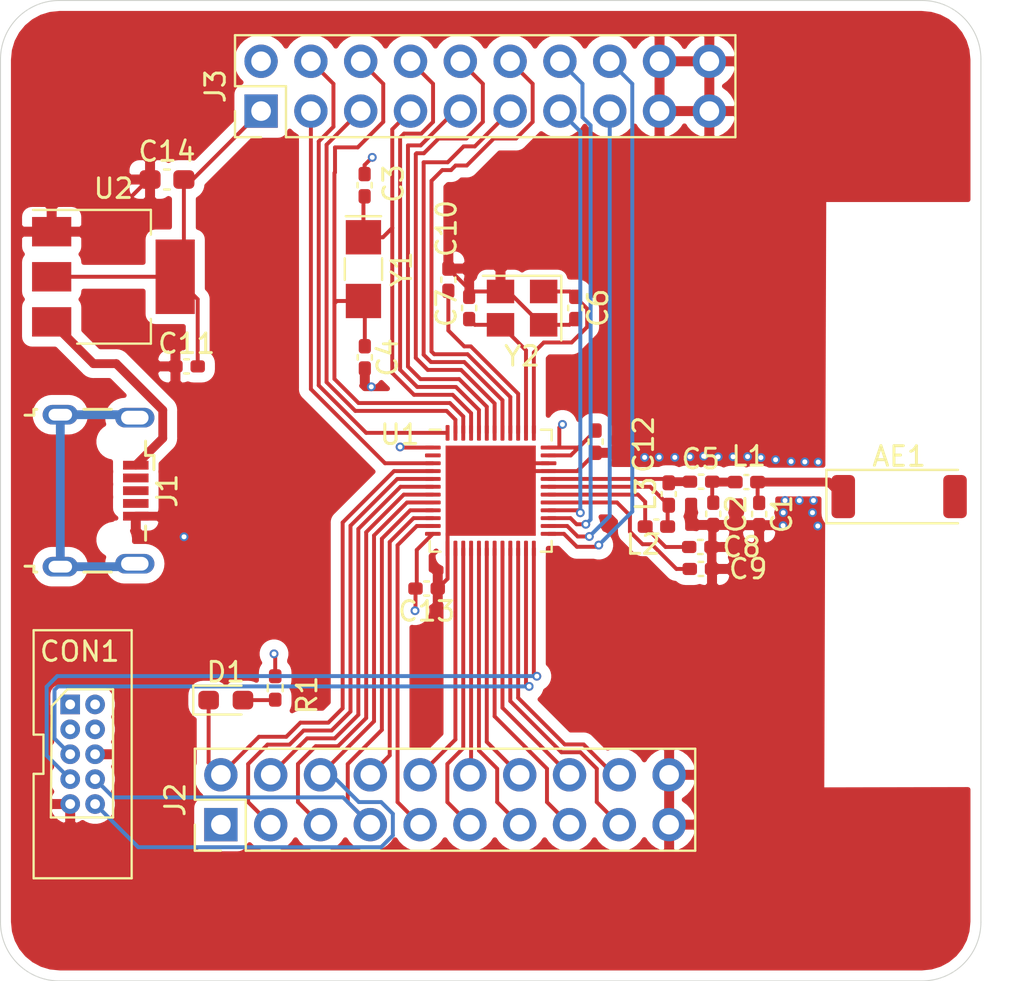
<source format=kicad_pcb>
(kicad_pcb (version 20171130) (host pcbnew "(5.1.10-1-10_14)")
  (layers (0 F.Cu signal) (1 GND signal) (2 PWR signal) (31 B.Cu signal) (34 B.Paste user) (35 F.Paste user) (36 B.SilkS user) (37 F.SilkS user) (38 B.Mask user) (39 F.Mask user) (44 Edge.Cuts user))
  (net 0 "")
  (net 1 GND)
  (net 2 "Net-(C2-Pad1)")
  (net 3 P0.26)
  (net 4 P0.27)
  (net 5 "Net-(C5-Pad2)")
  (net 6 "Net-(C6-Pad1)")
  (net 7 "Net-(C7-Pad1)")
  (net 8 VDD_PA)
  (net 9 "Net-(C9-Pad1)")
  (net 10 "Net-(C10-Pad1)")
  (net 11 +3V3)
  (net 12 "Net-(L2-Pad2)")
  (net 13 SWCLK)
  (net 14 SWDIO)
  (net 15 P0.5)
  (net 16 P0.4)
  (net 17 "Net-(AE1-Pad1)")
  (net 18 "Net-(J1-Pad1)")
  (net 19 "Net-(J1-Pad0)")
  (net 20 P0.1)
  (net 21 P0.16)
  (net 22 P0.15)
  (net 23 P0.14)
  (net 24 P0.13)
  (net 25 P0.12)
  (net 26 P0.11)
  (net 27 P0.10)
  (net 28 P0.9)
  (net 29 P0.8)
  (net 30 P0.7)
  (net 31 P0.6)
  (net 32 P0.3)
  (net 33 P0.2)
  (net 34 P0.0)
  (net 35 P0.29)
  (net 36 P0.28)
  (net 37 P0.25)
  (net 38 P0.24)
  (net 39 P0.23)
  (net 40 P0.22)
  (net 41 P0.21)
  (net 42 P0.20)
  (net 43 P0.19)
  (net 44 P0.18)
  (net 45 P0.17)
  (net 46 P0.30)
  (net 47 "Net-(D1-Pad2)")
  (module Resistor_SMD:R_0402_1005Metric_Pad0.72x0.64mm_HandSolder (layer F.Cu) (at 114.01 85.06 90)
    (fp_text reference R1 (at -0.36 1.62 90) (layer F.SilkS))
    (fp_text value R_Small_US)
    (pad 2 smd roundrect (at 0.5975 0 90) (size 0.715 0.64) (layers F.Cu F.Paste F.Mask) (net 11 +3V3))
    (pad 1 smd roundrect (at -0.5975 0 90) (size 0.715 0.64) (layers F.Cu F.Paste F.Mask) (net 47 "Net-(D1-Pad2)"))
  )
  (module LED_SMD:LED_0603_1608Metric_Pad1.05x0.95mm_HandSolder (layer F.Cu) (at 111.49 85.68)
    (fp_text reference D1 (at 0 -1.43) (layer F.SilkS))
    (fp_text value LED)
    (pad 2 smd roundrect (at 0.875 0) (size 1.05 0.95) (layers F.Cu F.Paste F.Mask) (net 47 "Net-(D1-Pad2)"))
    (pad 1 smd roundrect (at -0.875 0) (size 1.05 0.95) (layers F.Cu F.Paste F.Mask) (net 34 P0.0))
  )
  (module Connector_PinHeader_2.54mm:PinHeader_2x10_P2.54mm_Vertical (layer F.Cu) (at 113.29 55.64 90)
    (fp_text reference J3 (at 1.27 -2.33 90) (layer F.SilkS))
    (fp_text value Conn_02x10_Odd_Even)
    (pad 20 thru_hole oval (at 2.54 22.86 90) (size 1.7 1.7) (drill 1) (layers *.Cu *.Mask) (net 1 GND))
    (pad 19 thru_hole oval (at 0 22.86 90) (size 1.7 1.7) (drill 1) (layers *.Cu *.Mask) (net 1 GND))
    (pad 18 thru_hole oval (at 2.54 20.32 90) (size 1.7 1.7) (drill 1) (layers *.Cu *.Mask) (net 1 GND))
    (pad 17 thru_hole oval (at 0 20.32 90) (size 1.7 1.7) (drill 1) (layers *.Cu *.Mask) (net 1 GND))
    (pad 16 thru_hole oval (at 2.54 17.78 90) (size 1.7 1.7) (drill 1) (layers *.Cu *.Mask) (net 45 P0.17))
    (pad 15 thru_hole oval (at 0 17.78 90) (size 1.7 1.7) (drill 1) (layers *.Cu *.Mask) (net 44 P0.18))
    (pad 14 thru_hole oval (at 2.54 15.24 90) (size 1.7 1.7) (drill 1) (layers *.Cu *.Mask) (net 43 P0.19))
    (pad 13 thru_hole oval (at 0 15.24 90) (size 1.7 1.7) (drill 1) (layers *.Cu *.Mask) (net 42 P0.20))
    (pad 12 thru_hole oval (at 2.54 12.7 90) (size 1.7 1.7) (drill 1) (layers *.Cu *.Mask) (net 41 P0.21))
    (pad 11 thru_hole oval (at 0 12.7 90) (size 1.7 1.7) (drill 1) (layers *.Cu *.Mask) (net 40 P0.22))
    (pad 10 thru_hole oval (at 2.54 10.16 90) (size 1.7 1.7) (drill 1) (layers *.Cu *.Mask) (net 39 P0.23))
    (pad 9 thru_hole oval (at 0 10.16 90) (size 1.7 1.7) (drill 1) (layers *.Cu *.Mask) (net 38 P0.24))
    (pad 8 thru_hole oval (at 2.54 7.62 90) (size 1.7 1.7) (drill 1) (layers *.Cu *.Mask) (net 37 P0.25))
    (pad 7 thru_hole oval (at 0 7.62 90) (size 1.7 1.7) (drill 1) (layers *.Cu *.Mask) (net 3 P0.26))
    (pad 6 thru_hole oval (at 2.54 5.08 90) (size 1.7 1.7) (drill 1) (layers *.Cu *.Mask) (net 4 P0.27))
    (pad 5 thru_hole oval (at 0 5.08 90) (size 1.7 1.7) (drill 1) (layers *.Cu *.Mask) (net 36 P0.28))
    (pad 4 thru_hole oval (at 2.54 2.54 90) (size 1.7 1.7) (drill 1) (layers *.Cu *.Mask) (net 35 P0.29))
    (pad 3 thru_hole oval (at 0 2.54 90) (size 1.7 1.7) (drill 1) (layers *.Cu *.Mask) (net 46 P0.30))
    (pad 2 thru_hole oval (at 2.54 0 90) (size 1.7 1.7) (drill 1) (layers *.Cu *.Mask) (net 11 +3V3))
    (pad 1 thru_hole rect (at 0 0 90) (size 1.7 1.7) (drill 1) (layers *.Cu *.Mask) (net 11 +3V3))
  )
  (module Connector_PinHeader_2.54mm:PinHeader_2x10_P2.54mm_Vertical (layer F.Cu) (at 111.24 92.03 90)
    (fp_text reference J2 (at 1.27 -2.33 90) (layer F.SilkS))
    (fp_text value Conn_02x10_Odd_Even)
    (pad 20 thru_hole oval (at 2.54 22.86 90) (size 1.7 1.7) (drill 1) (layers *.Cu *.Mask) (net 1 GND))
    (pad 19 thru_hole oval (at 0 22.86 90) (size 1.7 1.7) (drill 1) (layers *.Cu *.Mask) (net 1 GND))
    (pad 18 thru_hole oval (at 2.54 20.32 90) (size 1.7 1.7) (drill 1) (layers *.Cu *.Mask) (net 21 P0.16))
    (pad 17 thru_hole oval (at 0 20.32 90) (size 1.7 1.7) (drill 1) (layers *.Cu *.Mask) (net 22 P0.15))
    (pad 16 thru_hole oval (at 2.54 17.78 90) (size 1.7 1.7) (drill 1) (layers *.Cu *.Mask) (net 23 P0.14))
    (pad 15 thru_hole oval (at 0 17.78 90) (size 1.7 1.7) (drill 1) (layers *.Cu *.Mask) (net 24 P0.13))
    (pad 14 thru_hole oval (at 2.54 15.24 90) (size 1.7 1.7) (drill 1) (layers *.Cu *.Mask) (net 25 P0.12))
    (pad 13 thru_hole oval (at 0 15.24 90) (size 1.7 1.7) (drill 1) (layers *.Cu *.Mask) (net 26 P0.11))
    (pad 12 thru_hole oval (at 2.54 12.7 90) (size 1.7 1.7) (drill 1) (layers *.Cu *.Mask) (net 27 P0.10))
    (pad 11 thru_hole oval (at 0 12.7 90) (size 1.7 1.7) (drill 1) (layers *.Cu *.Mask) (net 28 P0.9))
    (pad 10 thru_hole oval (at 2.54 10.16 90) (size 1.7 1.7) (drill 1) (layers *.Cu *.Mask) (net 29 P0.8))
    (pad 9 thru_hole oval (at 0 10.16 90) (size 1.7 1.7) (drill 1) (layers *.Cu *.Mask) (net 30 P0.7))
    (pad 8 thru_hole oval (at 2.54 7.62 90) (size 1.7 1.7) (drill 1) (layers *.Cu *.Mask) (net 31 P0.6))
    (pad 7 thru_hole oval (at 0 7.62 90) (size 1.7 1.7) (drill 1) (layers *.Cu *.Mask) (net 15 P0.5))
    (pad 6 thru_hole oval (at 2.54 5.08 90) (size 1.7 1.7) (drill 1) (layers *.Cu *.Mask) (net 16 P0.4))
    (pad 5 thru_hole oval (at 0 5.08 90) (size 1.7 1.7) (drill 1) (layers *.Cu *.Mask) (net 32 P0.3))
    (pad 4 thru_hole oval (at 2.54 2.54 90) (size 1.7 1.7) (drill 1) (layers *.Cu *.Mask) (net 33 P0.2))
    (pad 3 thru_hole oval (at 0 2.54 90) (size 1.7 1.7) (drill 1) (layers *.Cu *.Mask) (net 20 P0.1))
    (pad 2 thru_hole oval (at 2.54 0 90) (size 1.7 1.7) (drill 1) (layers *.Cu *.Mask) (net 34 P0.0))
    (pad 1 thru_hole rect (at 0 0 90) (size 1.7 1.7) (drill 1) (layers *.Cu *.Mask) (net 11 +3V3))
  )
  (module Crystal:Crystal_SMD_3225-4Pin_3.2x2.5mm (layer F.Cu) (at 126.6 65.69 180)
    (fp_text reference Y2 (at 0 -2.45) (layer F.SilkS))
    (fp_text value 16MHz)
    (pad 4 smd rect (at -1.1 -0.85 180) (size 1.4 1.2) (layers F.Cu F.Paste F.Mask) (net 1 GND))
    (pad 3 smd rect (at 1.1 -0.85 180) (size 1.4 1.2) (layers F.Cu F.Paste F.Mask) (net 7 "Net-(C7-Pad1)"))
    (pad 2 smd rect (at 1.1 0.85 180) (size 1.4 1.2) (layers F.Cu F.Paste F.Mask) (net 1 GND))
    (pad 1 smd rect (at -1.1 0.85 180) (size 1.4 1.2) (layers F.Cu F.Paste F.Mask) (net 6 "Net-(C6-Pad1)"))
  )
  (module Crystal:Crystal_SMD_G8-2Pin_3.2x1.5mm_HandSoldering (layer F.Cu) (at 118.51 63.7 270)
    (fp_text reference Y1 (at 0 -1.95 90) (layer F.SilkS))
    (fp_text value 32.768)
    (pad 2 smd rect (at 1.625 0 270) (size 1.75 1.8) (layers F.Cu F.Paste F.Mask) (net 4 P0.27))
    (pad 1 smd rect (at -1.625 0 270) (size 1.75 1.8) (layers F.Cu F.Paste F.Mask) (net 3 P0.26))
  )
  (module mybays_connector:USB_Micro-B_Wuerth_629105150521_CircularHoles (layer F.Cu) (at 105 75 270)
    (fp_text reference J1 (at 0 -3.5 90) (layer F.SilkS))
    (fp_text value microusb)
    (pad "" np_thru_hole circle (at 2.5 -0.8 270) (size 0.8 0.8) (drill 0.8) (layers *.Cu *.Mask))
    (pad "" np_thru_hole circle (at -2.5 -0.8 270) (size 0.8 0.8) (drill 0.8) (layers *.Cu *.Mask))
    (pad 0 thru_hole oval (at 3.875 1.95 270) (size 1 1.8) (drill oval 0.6 1.2) (layers *.Cu *.Mask) (net 19 "Net-(J1-Pad0)"))
    (pad 0 thru_hole oval (at -3.875 1.95 270) (size 1 1.8) (drill oval 0.6 1.2) (layers *.Cu *.Mask) (net 19 "Net-(J1-Pad0)"))
    (pad 0 thru_hole oval (at 3.725 -1.85 270) (size 1 2) (drill oval 0.7 1.4) (layers *.Cu *.Mask) (net 19 "Net-(J1-Pad0)"))
    (pad 0 thru_hole oval (at -3.725 -1.85 270) (size 1 2) (drill oval 0.7 1.4) (layers *.Cu *.Mask) (net 19 "Net-(J1-Pad0)"))
    (pad 5 smd rect (at 1.3 -1.9 270) (size 0.45 1.3) (layers F.Cu F.Paste F.Mask) (net 1 GND))
    (pad 4 smd rect (at 0.65 -1.9 270) (size 0.45 1.3) (layers F.Cu F.Paste F.Mask))
    (pad 3 smd rect (at 0 -1.9 270) (size 0.45 1.3) (layers F.Cu F.Paste F.Mask))
    (pad 2 smd rect (at -0.65 -1.9 270) (size 0.45 1.3) (layers F.Cu F.Paste F.Mask))
    (pad 1 smd rect (at -1.3 -1.9 270) (size 0.45 1.3) (layers F.Cu F.Paste F.Mask) (net 18 "Net-(J1-Pad1)"))
  )
  (module Package_TO_SOT_SMD:SOT-223-3_TabPin2 (layer F.Cu) (at 105.76 64.09)
    (fp_text reference U2 (at 0 -4.5) (layer F.SilkS))
    (fp_text value LM1117-3.3)
    (pad 1 smd rect (at -3.15 -2.3) (size 2 1.5) (layers F.Cu F.Paste F.Mask) (net 1 GND))
    (pad 3 smd rect (at -3.15 2.3) (size 2 1.5) (layers F.Cu F.Paste F.Mask) (net 18 "Net-(J1-Pad1)"))
    (pad 2 smd rect (at -3.15 0) (size 2 1.5) (layers F.Cu F.Paste F.Mask) (net 11 +3V3))
    (pad 2 smd rect (at 3.15 0) (size 2 3.8) (layers F.Cu F.Paste F.Mask) (net 11 +3V3))
  )
  (module mybays_connector:debugger_2x05_P1.27mm_Vertical (layer F.Cu) (at 104.19 88.44)
    (fp_text reference CON1 (at -0.15 -5.24) (layer F.SilkS))
    (fp_text value CORTEX-DEBUGGER)
    (pad 9 thru_hole oval (at -0.635 2.54) (size 1 1) (drill 0.5) (layers *.Cu *.Mask) (net 1 GND))
    (pad 10 thru_hole oval (at 0.635 2.54) (size 1 1) (drill 0.5) (layers *.Cu *.Mask) (net 16 P0.4))
    (pad 7 thru_hole oval (at -0.635 1.27) (size 1 1) (drill 0.5) (layers *.Cu *.Mask) (net 13 SWCLK))
    (pad 8 thru_hole oval (at 0.635 1.27) (size 1 1) (drill 0.5) (layers *.Cu *.Mask) (net 15 P0.5))
    (pad 5 thru_hole oval (at -0.635 0) (size 1 1) (drill 0.5) (layers *.Cu *.Mask) (net 14 SWDIO))
    (pad 6 thru_hole oval (at 0.635 0) (size 1 1) (drill 0.5) (layers *.Cu *.Mask) (net 1 GND))
    (pad 3 thru_hole oval (at -0.635 -1.27) (size 1 1) (drill 0.5) (layers *.Cu *.Mask) (net 11 +3V3))
    (pad 4 thru_hole oval (at 0.635 -1.27) (size 1 1) (drill 0.5) (layers *.Cu *.Mask))
    (pad 2 thru_hole oval (at 0.635 -2.54) (size 1 1) (drill 0.5) (layers *.Cu *.Mask))
    (pad 1 thru_hole rect (at -0.635 -2.54) (size 1 1) (drill 0.5) (layers *.Cu *.Mask))
  )
  (module RF_Antenna:Johanson_2450AT43F0100 (layer F.Cu) (at 145.83 75.3)
    (fp_text reference AE1 (at 0 -2.05) (layer F.SilkS))
    (fp_text value Antenna)
    (pad 2 smd roundrect (at 2.85 0) (size 1.2 2.2) (layers F.Cu F.Paste F.Mask) (roundrect_rratio 0.208333))
    (pad 1 smd roundrect (at -2.85 0) (size 1.2 2.2) (layers F.Cu F.Paste F.Mask) (roundrect_rratio 0.208333) (net 17 "Net-(AE1-Pad1)"))
  )
  (module Inductor_SMD:L_0402_1005Metric_Pad0.77x0.64mm_HandSolder (layer F.Cu) (at 134.08 75.17 90)
    (fp_text reference L3 (at 0 -1.17 90) (layer F.SilkS))
    (fp_text value 4.7nH)
    (pad 2 smd roundrect (at 0.5725 0 90) (size 0.765 0.64) (layers F.Cu F.Paste F.Mask) (net 5 "Net-(C5-Pad2)"))
    (pad 1 smd roundrect (at -0.5725 0 90) (size 0.765 0.64) (layers F.Cu F.Paste F.Mask) (net 12 "Net-(L2-Pad2)"))
  )
  (module Inductor_SMD:L_0402_1005Metric_Pad0.77x0.64mm_HandSolder (layer F.Cu) (at 133.45 76.83)
    (fp_text reference L2 (at -0.68 0.91) (layer F.SilkS))
    (fp_text value 10nH)
    (pad 2 smd roundrect (at 0.5725 0) (size 0.765 0.64) (layers F.Cu F.Paste F.Mask) (net 12 "Net-(L2-Pad2)"))
    (pad 1 smd roundrect (at -0.5725 0) (size 0.765 0.64) (layers F.Cu F.Paste F.Mask) (net 8 VDD_PA))
  )
  (module Inductor_SMD:L_0402_1005Metric_Pad0.77x0.64mm_HandSolder (layer F.Cu) (at 138.04 74.56 180)
    (fp_text reference L1 (at -0.12 1.32) (layer F.SilkS))
    (fp_text value 3.3nH)
    (pad 2 smd roundrect (at 0.5725 0 180) (size 0.765 0.64) (layers F.Cu F.Paste F.Mask) (net 2 "Net-(C2-Pad1)"))
    (pad 1 smd roundrect (at -0.5725 0 180) (size 0.765 0.64) (layers F.Cu F.Paste F.Mask) (net 17 "Net-(AE1-Pad1)"))
  )
  (module Capacitor_SMD:C_0603_1608Metric_Pad1.08x0.95mm_HandSolder (layer F.Cu) (at 108.49 59.13)
    (fp_text reference C14 (at 0 -1.43) (layer F.SilkS))
    (fp_text value 1u)
    (pad 2 smd roundrect (at 0.8625 0) (size 1.075 0.95) (layers F.Cu F.Paste F.Mask) (net 11 +3V3))
    (pad 1 smd roundrect (at -0.8625 0) (size 1.075 0.95) (layers F.Cu F.Paste F.Mask) (net 1 GND))
  )
  (module Capacitor_SMD:C_0402_1005Metric_Pad0.74x0.62mm_HandSolder (layer F.Cu) (at 121.7325 79.99 180)
    (fp_text reference C13 (at 0 -1.16) (layer F.SilkS))
    (fp_text value 1n)
    (pad 2 smd roundrect (at 0.5675 0 180) (size 0.735 0.62) (layers F.Cu F.Paste F.Mask) (net 11 +3V3))
    (pad 1 smd roundrect (at -0.5675 0 180) (size 0.735 0.62) (layers F.Cu F.Paste F.Mask) (net 1 GND))
  )
  (module Capacitor_SMD:C_0402_1005Metric_Pad0.74x0.62mm_HandSolder (layer F.Cu) (at 130.35 72.5 90)
    (fp_text reference C12 (at -0.14 2.45 90) (layer F.SilkS))
    (fp_text value 100n)
    (pad 2 smd roundrect (at 0.5675 0 90) (size 0.735 0.62) (layers F.Cu F.Paste F.Mask) (net 11 +3V3))
    (pad 1 smd roundrect (at -0.5675 0 90) (size 0.735 0.62) (layers F.Cu F.Paste F.Mask) (net 1 GND))
  )
  (module Capacitor_SMD:C_0402_1005Metric_Pad0.74x0.62mm_HandSolder (layer F.Cu) (at 109.49 68.66)
    (fp_text reference C11 (at 0 -1.16) (layer F.SilkS))
    (fp_text value 100n)
    (pad 2 smd roundrect (at 0.5675 0) (size 0.735 0.62) (layers F.Cu F.Paste F.Mask) (net 11 +3V3))
    (pad 1 smd roundrect (at -0.5675 0) (size 0.735 0.62) (layers F.Cu F.Paste F.Mask) (net 1 GND))
  )
  (module Capacitor_SMD:C_0402_1005Metric_Pad0.74x0.62mm_HandSolder (layer F.Cu) (at 122.84 64.24 90)
    (fp_text reference C10 (at 2.61 -0.1 90) (layer F.SilkS))
    (fp_text value 100n)
    (pad 2 smd roundrect (at 0.5675 0 90) (size 0.735 0.62) (layers F.Cu F.Paste F.Mask) (net 1 GND))
    (pad 1 smd roundrect (at -0.5675 0 90) (size 0.735 0.62) (layers F.Cu F.Paste F.Mask) (net 10 "Net-(C10-Pad1)"))
  )
  (module Capacitor_SMD:C_0402_1005Metric_Pad0.74x0.62mm_HandSolder (layer F.Cu) (at 135.72 78.99)
    (fp_text reference C9 (at 2.41 0) (layer F.SilkS))
    (fp_text value 47n)
    (pad 2 smd roundrect (at 0.5675 0) (size 0.735 0.62) (layers F.Cu F.Paste F.Mask) (net 1 GND))
    (pad 1 smd roundrect (at -0.5675 0) (size 0.735 0.62) (layers F.Cu F.Paste F.Mask) (net 9 "Net-(C9-Pad1)"))
  )
  (module Capacitor_SMD:C_0402_1005Metric_Pad0.74x0.62mm_HandSolder (layer F.Cu) (at 135.69 77.87)
    (fp_text reference C8 (at 2.11 0) (layer F.SilkS))
    (fp_text value 2.2n)
    (pad 2 smd roundrect (at 0.5675 0) (size 0.735 0.62) (layers F.Cu F.Paste F.Mask) (net 1 GND))
    (pad 1 smd roundrect (at -0.5675 0) (size 0.735 0.62) (layers F.Cu F.Paste F.Mask) (net 8 VDD_PA))
  )
  (module Capacitor_SMD:C_0402_1005Metric_Pad0.74x0.62mm_HandSolder (layer F.Cu) (at 123.9 65.68 90)
    (fp_text reference C7 (at 0 -1.16 90) (layer F.SilkS))
    (fp_text value 12p)
    (pad 2 smd roundrect (at 0.5675 0 90) (size 0.735 0.62) (layers F.Cu F.Paste F.Mask) (net 1 GND))
    (pad 1 smd roundrect (at -0.5675 0 90) (size 0.735 0.62) (layers F.Cu F.Paste F.Mask) (net 7 "Net-(C7-Pad1)"))
  )
  (module Capacitor_SMD:C_0402_1005Metric_Pad0.74x0.62mm_HandSolder (layer F.Cu) (at 129.31 65.68 270)
    (fp_text reference C6 (at 0 -1.16 90) (layer F.SilkS))
    (fp_text value 12p)
    (pad 2 smd roundrect (at 0.5675 0 270) (size 0.735 0.62) (layers F.Cu F.Paste F.Mask) (net 1 GND))
    (pad 1 smd roundrect (at -0.5675 0 270) (size 0.735 0.62) (layers F.Cu F.Paste F.Mask) (net 6 "Net-(C6-Pad1)"))
  )
  (module Capacitor_SMD:C_0402_1005Metric_Pad0.74x0.62mm_HandSolder (layer F.Cu) (at 135.73 74.54 180)
    (fp_text reference C5 (at 0.02 1.16) (layer F.SilkS))
    (fp_text value 2.2p)
    (pad 2 smd roundrect (at 0.5675 0 180) (size 0.735 0.62) (layers F.Cu F.Paste F.Mask) (net 5 "Net-(C5-Pad2)"))
    (pad 1 smd roundrect (at -0.5675 0 180) (size 0.735 0.62) (layers F.Cu F.Paste F.Mask) (net 2 "Net-(C2-Pad1)"))
  )
  (module Capacitor_SMD:C_0402_1005Metric_Pad0.74x0.62mm_HandSolder (layer F.Cu) (at 118.58 68.2 270)
    (fp_text reference C4 (at 0 -1.16 90) (layer F.SilkS))
    (fp_text value 12pf)
    (pad 2 smd roundrect (at 0.5675 0 270) (size 0.735 0.62) (layers F.Cu F.Paste F.Mask) (net 1 GND))
    (pad 1 smd roundrect (at -0.5675 0 270) (size 0.735 0.62) (layers F.Cu F.Paste F.Mask) (net 4 P0.27))
  )
  (module Capacitor_SMD:C_0402_1005Metric_Pad0.74x0.62mm_HandSolder (layer F.Cu) (at 118.57 59.42 90)
    (fp_text reference C3 (at 0.08 1.47 90) (layer F.SilkS))
    (fp_text value 12pf)
    (pad 2 smd roundrect (at 0.5675 0 90) (size 0.735 0.62) (layers F.Cu F.Paste F.Mask) (net 1 GND))
    (pad 1 smd roundrect (at -0.5675 0 90) (size 0.735 0.62) (layers F.Cu F.Paste F.Mask) (net 3 P0.26))
  )
  (module Capacitor_SMD:C_0402_1005Metric_Pad0.74x0.62mm_HandSolder (layer F.Cu) (at 136.35 76.18 270)
    (fp_text reference C2 (at 0 -1.16 90) (layer F.SilkS))
    (fp_text value 1.0p)
    (pad 2 smd roundrect (at 0.5675 0 270) (size 0.735 0.62) (layers F.Cu F.Paste F.Mask) (net 1 GND))
    (pad 1 smd roundrect (at -0.5675 0 270) (size 0.735 0.62) (layers F.Cu F.Paste F.Mask) (net 2 "Net-(C2-Pad1)"))
  )
  (module Capacitor_SMD:C_0402_1005Metric_Pad0.74x0.62mm_HandSolder (layer F.Cu) (at 138.69 76.19 270)
    (fp_text reference C1 (at 0 -1.16 90) (layer F.SilkS))
    (fp_text value 1.5p)
    (pad 2 smd roundrect (at 0.5675 0 270) (size 0.735 0.62) (layers F.Cu F.Paste F.Mask) (net 1 GND))
    (pad 1 smd roundrect (at -0.5675 0 270) (size 0.735 0.62) (layers F.Cu F.Paste F.Mask) (net 17 "Net-(AE1-Pad1)"))
  )
  (module Package_DFN_QFN:QFN-48-1EP_6x6mm_P0.4mm_EP4.6x4.6mm (layer F.Cu) (at 125 75)
    (fp_text reference U1 (at -4.636 -2.864) (layer F.SilkS))
    (fp_text value nRF51x22-QFxx)
    (pad 49 smd rect (at 0 0) (size 4.6 4.6) (layers F.Cu F.Mask) (net 1 GND))
    (pad 48 smd roundrect (at -2.2 -2.95) (size 0.2 0.8) (layers F.Cu F.Paste F.Mask) (net 35 P0.29))
    (pad 47 smd roundrect (at -1.8 -2.95) (size 0.2 0.8) (layers F.Cu F.Paste F.Mask) (net 36 P0.28))
    (pad 46 smd roundrect (at -1.4 -2.95) (size 0.2 0.8) (layers F.Cu F.Paste F.Mask) (net 4 P0.27))
    (pad 45 smd roundrect (at -1 -2.95) (size 0.2 0.8) (layers F.Cu F.Paste F.Mask) (net 3 P0.26))
    (pad 44 smd roundrect (at -0.6 -2.95) (size 0.2 0.8) (layers F.Cu F.Paste F.Mask) (net 37 P0.25))
    (pad 43 smd roundrect (at -0.2 -2.95) (size 0.2 0.8) (layers F.Cu F.Paste F.Mask) (net 38 P0.24))
    (pad 42 smd roundrect (at 0.2 -2.95) (size 0.2 0.8) (layers F.Cu F.Paste F.Mask) (net 39 P0.23))
    (pad 41 smd roundrect (at 0.6 -2.95) (size 0.2 0.8) (layers F.Cu F.Paste F.Mask) (net 40 P0.22))
    (pad 40 smd roundrect (at 1 -2.95) (size 0.2 0.8) (layers F.Cu F.Paste F.Mask) (net 41 P0.21))
    (pad 39 smd roundrect (at 1.4 -2.95) (size 0.2 0.8) (layers F.Cu F.Paste F.Mask) (net 10 "Net-(C10-Pad1)"))
    (pad 38 smd roundrect (at 1.8 -2.95) (size 0.2 0.8) (layers F.Cu F.Paste F.Mask) (net 7 "Net-(C7-Pad1)"))
    (pad 37 smd roundrect (at 2.2 -2.95) (size 0.2 0.8) (layers F.Cu F.Paste F.Mask) (net 6 "Net-(C6-Pad1)"))
    (pad 36 smd roundrect (at 2.95 -2.2) (size 0.8 0.2) (layers F.Cu F.Paste F.Mask) (net 11 +3V3))
    (pad 35 smd roundrect (at 2.95 -1.8) (size 0.8 0.2) (layers F.Cu F.Paste F.Mask) (net 11 +3V3))
    (pad 34 smd roundrect (at 2.95 -1.4) (size 0.8 0.2) (layers F.Cu F.Paste F.Mask) (net 1 GND))
    (pad 33 smd roundrect (at 2.95 -1) (size 0.8 0.2) (layers F.Cu F.Paste F.Mask) (net 1 GND))
    (pad 32 smd roundrect (at 2.95 -0.6) (size 0.8 0.2) (layers F.Cu F.Paste F.Mask) (net 5 "Net-(C5-Pad2)"))
    (pad 31 smd roundrect (at 2.95 -0.2) (size 0.8 0.2) (layers F.Cu F.Paste F.Mask) (net 12 "Net-(L2-Pad2)"))
    (pad 30 smd roundrect (at 2.95 0.2) (size 0.8 0.2) (layers F.Cu F.Paste F.Mask) (net 8 VDD_PA))
    (pad 29 smd roundrect (at 2.95 0.6) (size 0.8 0.2) (layers F.Cu F.Paste F.Mask) (net 9 "Net-(C9-Pad1)"))
    (pad 28 smd roundrect (at 2.95 1) (size 0.8 0.2) (layers F.Cu F.Paste F.Mask) (net 42 P0.20))
    (pad 27 smd roundrect (at 2.95 1.4) (size 0.8 0.2) (layers F.Cu F.Paste F.Mask) (net 43 P0.19))
    (pad 26 smd roundrect (at 2.95 1.8) (size 0.8 0.2) (layers F.Cu F.Paste F.Mask) (net 44 P0.18))
    (pad 25 smd roundrect (at 2.95 2.2) (size 0.8 0.2) (layers F.Cu F.Paste F.Mask) (net 45 P0.17))
    (pad 24 smd roundrect (at 2.2 2.95) (size 0.2 0.8) (layers F.Cu F.Paste F.Mask) (net 13 SWCLK))
    (pad 23 smd roundrect (at 1.8 2.95) (size 0.2 0.8) (layers F.Cu F.Paste F.Mask) (net 14 SWDIO))
    (pad 22 smd roundrect (at 1.4 2.95) (size 0.2 0.8) (layers F.Cu F.Paste F.Mask) (net 21 P0.16))
    (pad 21 smd roundrect (at 1 2.95) (size 0.2 0.8) (layers F.Cu F.Paste F.Mask) (net 22 P0.15))
    (pad 20 smd roundrect (at 0.6 2.95) (size 0.2 0.8) (layers F.Cu F.Paste F.Mask) (net 23 P0.14))
    (pad 19 smd roundrect (at 0.2 2.95) (size 0.2 0.8) (layers F.Cu F.Paste F.Mask) (net 24 P0.13))
    (pad 18 smd roundrect (at -0.2 2.95) (size 0.2 0.8) (layers F.Cu F.Paste F.Mask) (net 25 P0.12))
    (pad 17 smd roundrect (at -0.6 2.95) (size 0.2 0.8) (layers F.Cu F.Paste F.Mask) (net 26 P0.11))
    (pad 16 smd roundrect (at -1 2.95) (size 0.2 0.8) (layers F.Cu F.Paste F.Mask) (net 27 P0.10))
    (pad 15 smd roundrect (at -1.4 2.95) (size 0.2 0.8) (layers F.Cu F.Paste F.Mask) (net 28 P0.9))
    (pad 14 smd roundrect (at -1.8 2.95) (size 0.2 0.8) (layers F.Cu F.Paste F.Mask) (net 29 P0.8))
    (pad 13 smd roundrect (at -2.2 2.95) (size 0.2 0.8) (layers F.Cu F.Paste F.Mask) (net 1 GND))
    (pad 12 smd roundrect (at -2.95 2.2) (size 0.8 0.2) (layers F.Cu F.Paste F.Mask) (net 11 +3V3))
    (pad 11 smd roundrect (at -2.95 1.8) (size 0.8 0.2) (layers F.Cu F.Paste F.Mask) (net 30 P0.7))
    (pad 10 smd roundrect (at -2.95 1.4) (size 0.8 0.2) (layers F.Cu F.Paste F.Mask) (net 31 P0.6))
    (pad 9 smd roundrect (at -2.95 1) (size 0.8 0.2) (layers F.Cu F.Paste F.Mask) (net 15 P0.5))
    (pad 8 smd roundrect (at -2.95 0.6) (size 0.8 0.2) (layers F.Cu F.Paste F.Mask) (net 16 P0.4))
    (pad 7 smd roundrect (at -2.95 0.2) (size 0.8 0.2) (layers F.Cu F.Paste F.Mask) (net 32 P0.3))
    (pad 6 smd roundrect (at -2.95 -0.2) (size 0.8 0.2) (layers F.Cu F.Paste F.Mask) (net 33 P0.2))
    (pad 5 smd roundrect (at -2.95 -0.6) (size 0.8 0.2) (layers F.Cu F.Paste F.Mask) (net 20 P0.1))
    (pad 4 smd roundrect (at -2.95 -1) (size 0.8 0.2) (layers F.Cu F.Paste F.Mask) (net 34 P0.0))
    (pad 3 smd roundrect (at -2.95 -1.4) (size 0.8 0.2) (layers F.Cu F.Paste F.Mask) (net 46 P0.30))
    (pad 2 smd roundrect (at -2.95 -1.8) (size 0.8 0.2) (layers F.Cu F.Paste F.Mask))
    (pad 1 smd roundrect (at -2.95 -2.2) (size 0.8 0.2) (layers F.Cu F.Paste F.Mask) (net 11 +3V3))
  )
  (gr_arc (start 103 97) (end 100 97) (angle -90) (layer Edge.Cuts) (width 0.05))
  (gr_arc (start 147 97) (end 147 100) (angle -90) (layer Edge.Cuts) (width 0.05))
  (gr_arc (start 147 53) (end 150 53) (angle -90) (layer Edge.Cuts) (width 0.05))
  (gr_arc (start 103 53) (end 103 50) (angle -90) (layer Edge.Cuts) (width 0.05))
  (gr_line (start 100 97) (end 100 53) (layer Edge.Cuts) (width 0.05))
  (gr_line (start 147 100) (end 103 100) (layer Edge.Cuts) (width 0.05))
  (gr_line (start 150 53) (end 150 97) (layer Edge.Cuts) (width 0.05))
  (gr_line (start 103 50) (end 147 50) (layer Edge.Cuts) (width 0.05))
  (segment (start 122.8 77.2) (end 125 75) (width 0.2) (layer F.Cu) (net 1))
  (segment (start 122.8 77.95) (end 122.8 77.2) (width 0.2) (layer F.Cu) (net 1))
  (segment (start 124.1725 64.84) (end 123.9 65.1125) (width 0.2) (layer F.Cu) (net 1))
  (segment (start 125.5 64.84) (end 124.1725 64.84) (width 0.2) (layer F.Cu) (net 1))
  (segment (start 123.9 64.7325) (end 122.84 63.6725) (width 0.2) (layer F.Cu) (net 1))
  (segment (start 123.9 65.1125) (end 123.9 64.7325) (width 0.2) (layer F.Cu) (net 1))
  (segment (start 129.0175 66.54) (end 129.31 66.2475) (width 0.2) (layer F.Cu) (net 1))
  (segment (start 127.7 66.54) (end 129.0175 66.54) (width 0.2) (layer F.Cu) (net 1))
  (segment (start 136.35 77.7775) (end 136.2575 77.87) (width 0.2) (layer F.Cu) (net 1))
  (segment (start 136.35 76.7475) (end 136.35 77.7775) (width 0.2) (layer F.Cu) (net 1))
  (segment (start 138.68 76.7475) (end 138.69 76.7575) (width 0.2) (layer F.Cu) (net 1))
  (segment (start 136.35 76.7475) (end 138.68 76.7475) (width 0.2) (layer F.Cu) (net 1))
  (segment (start 136.2875 77.9) (end 136.2575 77.87) (width 0.2) (layer F.Cu) (net 1))
  (segment (start 136.2875 78.99) (end 136.2875 77.9) (width 0.2) (layer F.Cu) (net 1))
  (segment (start 125.9 64.84) (end 125.5 64.84) (width 0.2) (layer F.Cu) (net 1))
  (segment (start 127.6 66.54) (end 125.9 64.84) (width 0.2) (layer F.Cu) (net 1))
  (segment (start 127.7 66.54) (end 127.6 66.54) (width 0.2) (layer F.Cu) (net 1))
  (segment (start 126 74) (end 125 75) (width 0.2) (layer F.Cu) (net 1))
  (segment (start 127.95 74) (end 126 74) (width 0.2) (layer F.Cu) (net 1))
  (segment (start 126.4 73.6) (end 125 75) (width 0.2) (layer F.Cu) (net 1))
  (segment (start 127.95 73.6) (end 126.4 73.6) (width 0.2) (layer F.Cu) (net 1))
  (segment (start 129.4175 74) (end 130.35 73.0675) (width 0.2) (layer F.Cu) (net 1))
  (segment (start 127.95 74) (end 129.4175 74) (width 0.2) (layer F.Cu) (net 1))
  (segment (start 122.8 79.49) (end 122.3 79.99) (width 0.2) (layer F.Cu) (net 1))
  (segment (start 122.8 77.95) (end 122.8 79.49) (width 0.2) (layer F.Cu) (net 1))
  (segment (start 107.6275 59.13) (end 107.6275 59.0475) (width 0.2) (layer F.Cu) (net 1))
  (segment (start 104.885 61.79) (end 102.61 61.79) (width 0.2) (layer F.Cu) (net 1))
  (segment (start 107.6275 59.0475) (end 104.885 61.79) (width 0.2) (layer F.Cu) (net 1))
  (via (at 118.91 69.7) (size 0.45) (drill 0.25) (layers F.Cu B.Cu) (net 1))
  (segment (start 118.58 69.37) (end 118.91 69.7) (width 0.2) (layer F.Cu) (net 1))
  (segment (start 118.58 68.7675) (end 118.58 69.37) (width 0.2) (layer F.Cu) (net 1))
  (via (at 118.96 58) (size 0.45) (drill 0.25) (layers F.Cu B.Cu) (net 1))
  (segment (start 118.57 58.39) (end 118.96 58) (width 0.2) (layer F.Cu) (net 1))
  (segment (start 118.57 58.8525) (end 118.57 58.39) (width 0.2) (layer F.Cu) (net 1))
  (via (at 109.36 77.35) (size 0.45) (drill 0.25) (layers F.Cu B.Cu) (net 1))
  (segment (start 108.31 76.3) (end 109.36 77.35) (width 0.45) (layer F.Cu) (net 1))
  (segment (start 106.9 76.3) (end 108.31 76.3) (width 0.45) (layer F.Cu) (net 1))
  (via (at 141.7 73.54) (size 0.45) (drill 0.25) (layers F.Cu B.Cu) (net 1))
  (via (at 141.02 73.53) (size 0.45) (drill 0.25) (layers F.Cu B.Cu) (net 1))
  (via (at 140.32 73.51) (size 0.45) (drill 0.25) (layers F.Cu B.Cu) (net 1))
  (via (at 139.53 73.42) (size 0.45) (drill 0.25) (layers F.Cu B.Cu) (net 1))
  (via (at 138.78 73.31) (size 0.45) (drill 0.25) (layers F.Cu B.Cu) (net 1))
  (via (at 138.1 73.26) (size 0.45) (drill 0.25) (layers F.Cu B.Cu) (net 1))
  (via (at 137.36 73.27) (size 0.45) (drill 0.25) (layers F.Cu B.Cu) (net 1))
  (via (at 136.6 73.27) (size 0.45) (drill 0.25) (layers F.Cu B.Cu) (net 1))
  (via (at 135.86 73.24) (size 0.45) (drill 0.25) (layers F.Cu B.Cu) (net 1))
  (via (at 135.16 73.27) (size 0.45) (drill 0.25) (layers F.Cu B.Cu) (net 1))
  (via (at 134.39 73.3) (size 0.45) (drill 0.25) (layers F.Cu B.Cu) (net 1))
  (via (at 133.59 73.29) (size 0.45) (drill 0.25) (layers F.Cu B.Cu) (net 1))
  (via (at 132.85 73.3) (size 0.45) (drill 0.25) (layers F.Cu B.Cu) (net 1))
  (via (at 141.46 75.5) (size 0.45) (drill 0.25) (layers F.Cu B.Cu) (net 1))
  (via (at 140.74 75.5) (size 0.45) (drill 0.25) (layers F.Cu B.Cu) (net 1))
  (via (at 140.01 75.5) (size 0.45) (drill 0.25) (layers F.Cu B.Cu) (net 1))
  (via (at 139.92 76.12) (size 0.45) (drill 0.25) (layers F.Cu B.Cu) (net 1))
  (via (at 139.91 76.78) (size 0.45) (drill 0.25) (layers F.Cu B.Cu) (net 1))
  (via (at 141.41 76.12) (size 0.45) (drill 0.25) (layers F.Cu B.Cu) (net 1))
  (via (at 141.68 76.8) (size 0.45) (drill 0.25) (layers F.Cu B.Cu) (net 1))
  (segment (start 136.2975 75.56) (end 136.35 75.6125) (width 0.2) (layer F.Cu) (net 2))
  (segment (start 136.2975 74.54) (end 136.2975 75.56) (width 0.2) (layer F.Cu) (net 2))
  (segment (start 136.3175 74.56) (end 136.2975 74.54) (width 0.45) (layer F.Cu) (net 2))
  (segment (start 137.4675 74.56) (end 136.3175 74.56) (width 0.45) (layer F.Cu) (net 2))
  (segment (start 124 71.048604) (end 123.061396 70.11) (width 0.2) (layer F.Cu) (net 3))
  (segment (start 124 72.05) (end 124 71.048604) (width 0.2) (layer F.Cu) (net 3))
  (segment (start 123.061396 70.11) (end 121.09 70.11) (width 0.2) (layer F.Cu) (net 3))
  (segment (start 121.09 70.11) (end 119.98 69) (width 0.2) (layer F.Cu) (net 3))
  (segment (start 119.98 56.57) (end 120.91 55.64) (width 0.2) (layer F.Cu) (net 3))
  (segment (start 118.51 60.0475) (end 118.57 59.9875) (width 0.2) (layer F.Cu) (net 3))
  (segment (start 118.51 62.075) (end 118.51 60.0475) (width 0.2) (layer F.Cu) (net 3))
  (segment (start 118.51 62.075) (end 119.505 62.075) (width 0.2) (layer F.Cu) (net 3))
  (segment (start 119.505 62.075) (end 119.98 61.6) (width 0.2) (layer F.Cu) (net 3))
  (segment (start 119.98 61.6) (end 119.98 56.57) (width 0.2) (layer F.Cu) (net 3))
  (segment (start 119.98 69) (end 119.98 61.6) (width 0.2) (layer F.Cu) (net 3))
  (segment (start 122.915698 70.53) (end 118.261396 70.53) (width 0.2) (layer F.Cu) (net 4))
  (segment (start 123.6 71.214302) (end 122.915698 70.53) (width 0.2) (layer F.Cu) (net 4))
  (segment (start 123.6 72.05) (end 123.6 71.214302) (width 0.2) (layer F.Cu) (net 4))
  (segment (start 118.261396 70.53) (end 117.03003 69.298634) (width 0.2) (layer F.Cu) (net 4))
  (segment (start 117.06 58.77) (end 117.06 57.491396) (width 0.2) (layer F.Cu) (net 4))
  (segment (start 117.03003 58.79997) (end 117.06 58.77) (width 0.2) (layer F.Cu) (net 4))
  (segment (start 119.520001 56.192001) (end 119.520001 54.250001) (width 0.2) (layer F.Cu) (net 4))
  (segment (start 119.520001 54.250001) (end 118.37 53.1) (width 0.2) (layer F.Cu) (net 4))
  (segment (start 118.220606 57.491396) (end 119.520001 56.192001) (width 0.2) (layer F.Cu) (net 4))
  (segment (start 117.06 57.491396) (end 118.220606 57.491396) (width 0.2) (layer F.Cu) (net 4))
  (segment (start 118.51 65.325) (end 117.15506 65.325) (width 0.2) (layer F.Cu) (net 4))
  (segment (start 117.03003 65.45003) (end 117.03003 58.79997) (width 0.2) (layer F.Cu) (net 4))
  (segment (start 117.15506 65.325) (end 117.03003 65.45003) (width 0.2) (layer F.Cu) (net 4))
  (segment (start 117.03003 69.298634) (end 117.03003 65.45003) (width 0.2) (layer F.Cu) (net 4))
  (segment (start 118.58 65.395) (end 118.51 65.325) (width 0.2) (layer F.Cu) (net 4))
  (segment (start 118.58 67.6325) (end 118.58 65.395) (width 0.2) (layer F.Cu) (net 4))
  (segment (start 133.8825 74.4) (end 134.08 74.5975) (width 0.2) (layer F.Cu) (net 5))
  (segment (start 127.95 74.4) (end 133.8825 74.4) (width 0.2) (layer F.Cu) (net 5))
  (segment (start 134.1375 74.54) (end 134.08 74.5975) (width 0.45) (layer F.Cu) (net 5))
  (segment (start 135.1625 74.54) (end 134.1375 74.54) (width 0.45) (layer F.Cu) (net 5))
  (segment (start 129.0375 64.84) (end 129.31 65.1125) (width 0.2) (layer F.Cu) (net 6))
  (segment (start 127.7 64.84) (end 129.0375 64.84) (width 0.2) (layer F.Cu) (net 6))
  (segment (start 127.2 72.05) (end 127.2 67.95) (width 0.2) (layer F.Cu) (net 6))
  (segment (start 129.92001 66.648474) (end 129.92001 65.72251) (width 0.2) (layer F.Cu) (net 6))
  (segment (start 129.92001 65.72251) (end 129.31 65.1125) (width 0.2) (layer F.Cu) (net 6))
  (segment (start 129.128483 67.440001) (end 129.92001 66.648474) (width 0.2) (layer F.Cu) (net 6))
  (segment (start 127.709999 67.440001) (end 129.128483 67.440001) (width 0.2) (layer F.Cu) (net 6))
  (segment (start 127.2 67.95) (end 127.709999 67.440001) (width 0.2) (layer F.Cu) (net 6))
  (segment (start 126.8 67.84) (end 125.5 66.54) (width 0.2) (layer F.Cu) (net 7))
  (segment (start 126.8 72.05) (end 126.8 67.84) (width 0.2) (layer F.Cu) (net 7))
  (segment (start 124.1925 66.54) (end 123.9 66.2475) (width 0.2) (layer F.Cu) (net 7))
  (segment (start 125.5 66.54) (end 124.1925 66.54) (width 0.2) (layer F.Cu) (net 7))
  (segment (start 133.9175 77.87) (end 132.8775 76.83) (width 0.2) (layer F.Cu) (net 8))
  (segment (start 135.1225 77.87) (end 133.9175 77.87) (width 0.2) (layer F.Cu) (net 8))
  (segment (start 127.95 75.2) (end 132.51 75.2) (width 0.2) (layer F.Cu) (net 8))
  (segment (start 132.8775 75.5675) (end 132.8775 76.83) (width 0.2) (layer F.Cu) (net 8))
  (segment (start 132.51 75.2) (end 132.8775 75.5675) (width 0.2) (layer F.Cu) (net 8))
  (segment (start 134.471802 78.99) (end 135.1525 78.99) (width 0.2) (layer F.Cu) (net 9))
  (segment (start 133.211802 77.73) (end 134.471802 78.99) (width 0.2) (layer F.Cu) (net 9))
  (segment (start 132.744446 77.73) (end 133.211802 77.73) (width 0.2) (layer F.Cu) (net 9))
  (segment (start 132.1 77.085554) (end 132.744446 77.73) (width 0.2) (layer F.Cu) (net 9))
  (segment (start 131.44 75.6) (end 132.1 76.26) (width 0.2) (layer F.Cu) (net 9))
  (segment (start 132.1 76.26) (end 132.1 77.085554) (width 0.2) (layer F.Cu) (net 9))
  (segment (start 127.95 75.6) (end 131.44 75.6) (width 0.2) (layer F.Cu) (net 9))
  (segment (start 126.4 72.05) (end 126.4 70.054413) (width 0.2) (layer F.Cu) (net 10))
  (segment (start 126.4 70.054413) (end 123.985559 67.63997) (width 0.2) (layer F.Cu) (net 10))
  (segment (start 123.985559 67.63997) (end 123.64997 67.63997) (width 0.2) (layer F.Cu) (net 10))
  (segment (start 122.84 66.83) (end 122.84 64.8075) (width 0.2) (layer F.Cu) (net 10))
  (segment (start 123.64997 67.63997) (end 122.84 66.83) (width 0.2) (layer F.Cu) (net 10))
  (segment (start 129.0825 73.2) (end 129.56625 72.71625) (width 0.2) (layer F.Cu) (net 11))
  (segment (start 127.95 73.2) (end 129.0825 73.2) (width 0.2) (layer F.Cu) (net 11))
  (segment (start 129.56625 72.71625) (end 130.35 71.9325) (width 0.2) (layer F.Cu) (net 11))
  (segment (start 129.4825 72.8) (end 129.56625 72.71625) (width 0.2) (layer F.Cu) (net 11))
  (segment (start 122.05 77.2) (end 121.23 78.02) (width 0.2) (layer F.Cu) (net 11))
  (segment (start 121.23 79.925) (end 121.165 79.99) (width 0.2) (layer F.Cu) (net 11))
  (segment (start 121.23 78.02) (end 121.23 79.925) (width 0.2) (layer F.Cu) (net 11))
  (segment (start 109.3525 63.6475) (end 108.91 64.09) (width 0.2) (layer F.Cu) (net 11))
  (segment (start 109.3525 59.13) (end 109.3525 63.6475) (width 0.2) (layer F.Cu) (net 11))
  (segment (start 102.61 64.09) (end 108.91 64.09) (width 0.2) (layer F.Cu) (net 11))
  (segment (start 110.0575 65.2375) (end 108.91 64.09) (width 0.2) (layer F.Cu) (net 11))
  (segment (start 110.0575 68.66) (end 110.0575 65.2375) (width 0.2) (layer F.Cu) (net 11))
  (segment (start 121.165 81.095) (end 121.14 81.12) (width 0.2) (layer F.Cu) (net 11))
  (via (at 121.14 81.12) (size 0.45) (drill 0.25) (layers F.Cu B.Cu) (net 11))
  (segment (start 121.165 79.99) (end 121.165 81.095) (width 0.2) (layer F.Cu) (net 11))
  (via (at 113.95 83.32) (size 0.45) (drill 0.25) (layers F.Cu B.Cu) (net 11))
  (segment (start 114.01 83.38) (end 113.95 83.32) (width 0.2) (layer F.Cu) (net 11))
  (segment (start 114.01 84.4625) (end 114.01 83.38) (width 0.2) (layer F.Cu) (net 11))
  (segment (start 109.8 59.13) (end 113.29 55.64) (width 0.2) (layer F.Cu) (net 11))
  (segment (start 109.3525 59.13) (end 109.8 59.13) (width 0.2) (layer F.Cu) (net 11))
  (via (at 120.38 72.77) (size 0.45) (drill 0.25) (layers F.Cu B.Cu) (net 11))
  (segment (start 120.41 72.8) (end 120.38 72.77) (width 0.2) (layer F.Cu) (net 11))
  (segment (start 122.05 72.8) (end 120.41 72.8) (width 0.2) (layer F.Cu) (net 11))
  (via (at 128.66 71.62) (size 0.45) (drill 0.25) (layers F.Cu B.Cu) (net 11))
  (segment (start 128.5 71.78) (end 128.66 71.62) (width 0.2) (layer F.Cu) (net 11))
  (segment (start 128.5 72.8) (end 128.5 71.78) (width 0.2) (layer F.Cu) (net 11))
  (segment (start 127.95 72.8) (end 128.5 72.8) (width 0.2) (layer F.Cu) (net 11))
  (segment (start 128.5 72.8) (end 129.4825 72.8) (width 0.2) (layer F.Cu) (net 11))
  (segment (start 134.0225 75.8) (end 134.08 75.7425) (width 0.2) (layer F.Cu) (net 12))
  (segment (start 134.0225 76.83) (end 134.0225 75.8) (width 0.2) (layer F.Cu) (net 12))
  (segment (start 133.1375 74.8) (end 134.08 75.7425) (width 0.2) (layer F.Cu) (net 12))
  (segment (start 127.95 74.8) (end 133.1375 74.8) (width 0.2) (layer F.Cu) (net 12))
  (via (at 127.35359 84.46271) (size 0.45) (drill 0.25) (layers F.Cu B.Cu) (net 13))
  (segment (start 127.2 84.30912) (end 127.35359 84.46271) (width 0.2) (layer F.Cu) (net 13))
  (segment (start 127.2 77.95) (end 127.2 84.30912) (width 0.2) (layer F.Cu) (net 13))
  (segment (start 102.8943 84.454999) (end 127.345879 84.454999) (width 0.2) (layer B.Cu) (net 13))
  (segment (start 102.354989 88.509989) (end 102.354989 84.99431) (width 0.2) (layer B.Cu) (net 13))
  (segment (start 127.345879 84.454999) (end 127.35359 84.46271) (width 0.2) (layer B.Cu) (net 13))
  (segment (start 102.354989 84.99431) (end 102.8943 84.454999) (width 0.2) (layer B.Cu) (net 13))
  (segment (start 103.555 89.71) (end 102.354989 88.509989) (width 0.2) (layer B.Cu) (net 13))
  (via (at 126.96 84.98) (size 0.45) (drill 0.25) (layers F.Cu B.Cu) (net 14))
  (segment (start 126.8 84.82) (end 126.96 84.98) (width 0.2) (layer F.Cu) (net 14))
  (segment (start 126.8 77.95) (end 126.8 84.82) (width 0.2) (layer F.Cu) (net 14))
  (segment (start 102.934998 84.98) (end 126.96 84.98) (width 0.2) (layer B.Cu) (net 14))
  (segment (start 102.754999 85.159999) (end 102.934998 84.98) (width 0.2) (layer B.Cu) (net 14))
  (segment (start 102.754999 87.639999) (end 102.754999 85.159999) (width 0.2) (layer B.Cu) (net 14))
  (segment (start 103.555 88.44) (end 102.754999 87.639999) (width 0.2) (layer B.Cu) (net 14))
  (segment (start 120.898603 76) (end 119.449979 77.448623) (width 0.2) (layer F.Cu) (net 15))
  (segment (start 122.05 76) (end 120.898603 76) (width 0.2) (layer F.Cu) (net 15))
  (segment (start 117.709999 90.879999) (end 118.86 92.03) (width 0.2) (layer F.Cu) (net 15))
  (segment (start 117.709999 88.937999) (end 117.709999 90.879999) (width 0.2) (layer F.Cu) (net 15))
  (segment (start 119.449979 87.198019) (end 117.709999 88.937999) (width 0.2) (layer F.Cu) (net 15))
  (segment (start 119.449979 77.448623) (end 119.449979 87.198019) (width 0.2) (layer F.Cu) (net 15))
  (segment (start 117.470001 90.640001) (end 118.86 92.03) (width 0.2) (layer B.Cu) (net 15))
  (segment (start 105.755001 90.640001) (end 117.470001 90.640001) (width 0.2) (layer B.Cu) (net 15))
  (segment (start 104.825 89.71) (end 105.755001 90.640001) (width 0.2) (layer B.Cu) (net 15))
  (segment (start 120.732904 75.6) (end 119.049969 77.282934) (width 0.2) (layer F.Cu) (net 16))
  (segment (start 122.05 75.6) (end 120.732904 75.6) (width 0.2) (layer F.Cu) (net 16))
  (segment (start 119.049969 86.760031) (end 116.32 89.49) (width 0.2) (layer F.Cu) (net 16))
  (segment (start 119.049969 77.282934) (end 119.049969 86.760031) (width 0.2) (layer F.Cu) (net 16))
  (segment (start 118.275697 90.879999) (end 116.885698 89.49) (width 0.2) (layer B.Cu) (net 16))
  (segment (start 119.412001 90.879999) (end 118.275697 90.879999) (width 0.2) (layer B.Cu) (net 16))
  (segment (start 116.885698 89.49) (end 116.32 89.49) (width 0.2) (layer B.Cu) (net 16))
  (segment (start 120.010001 91.477999) (end 119.412001 90.879999) (width 0.2) (layer B.Cu) (net 16))
  (segment (start 120.010001 92.582001) (end 120.010001 91.477999) (width 0.2) (layer B.Cu) (net 16))
  (segment (start 119.412001 93.180001) (end 120.010001 92.582001) (width 0.2) (layer B.Cu) (net 16))
  (segment (start 107.025001 93.180001) (end 119.412001 93.180001) (width 0.2) (layer B.Cu) (net 16))
  (segment (start 104.825 90.98) (end 107.025001 93.180001) (width 0.2) (layer B.Cu) (net 16))
  (segment (start 138.6125 75.545) (end 138.69 75.6225) (width 0.2) (layer F.Cu) (net 17))
  (segment (start 138.6125 74.56) (end 138.6125 75.545) (width 0.2) (layer F.Cu) (net 17))
  (segment (start 142.24 74.56) (end 142.98 75.3) (width 0.45) (layer F.Cu) (net 17))
  (segment (start 138.6125 74.56) (end 142.24 74.56) (width 0.45) (layer F.Cu) (net 17))
  (segment (start 108.27501 70.891849) (end 105.903161 68.52) (width 0.45) (layer F.Cu) (net 18))
  (segment (start 108.27501 72.32499) (end 108.27501 70.891849) (width 0.45) (layer F.Cu) (net 18))
  (segment (start 106.9 73.7) (end 108.27501 72.32499) (width 0.45) (layer F.Cu) (net 18))
  (segment (start 104.74 68.52) (end 102.61 66.39) (width 0.45) (layer F.Cu) (net 18))
  (segment (start 105.903161 68.52) (end 104.74 68.52) (width 0.45) (layer F.Cu) (net 18))
  (segment (start 106.7 71.125) (end 106.85 71.275) (width 0.45) (layer B.Cu) (net 19))
  (segment (start 103.05 71.125) (end 106.7 71.125) (width 0.45) (layer B.Cu) (net 19))
  (segment (start 106.7 78.875) (end 106.85 78.725) (width 0.45) (layer B.Cu) (net 19))
  (segment (start 103.05 78.875) (end 106.7 78.875) (width 0.45) (layer B.Cu) (net 19))
  (segment (start 103.05 78.875) (end 103.05 71.125) (width 0.45) (layer B.Cu) (net 19))
  (segment (start 120.235807 74.4) (end 117.849939 76.785867) (width 0.2) (layer F.Cu) (net 20))
  (segment (start 122.05 74.4) (end 120.235807 74.4) (width 0.2) (layer F.Cu) (net 20))
  (segment (start 117.849939 76.785867) (end 117.849939 86.262967) (width 0.2) (layer F.Cu) (net 20))
  (segment (start 116.882926 87.22998) (end 115.46002 87.22998) (width 0.2) (layer F.Cu) (net 20))
  (segment (start 117.849939 86.262967) (end 116.882926 87.22998) (width 0.2) (layer F.Cu) (net 20))
  (segment (start 112.629999 90.879999) (end 113.78 92.03) (width 0.2) (layer F.Cu) (net 20))
  (segment (start 112.629999 88.937999) (end 112.629999 90.879999) (width 0.2) (layer F.Cu) (net 20))
  (segment (start 114.74 87.95) (end 113.617998 87.95) (width 0.2) (layer F.Cu) (net 20))
  (segment (start 113.617998 87.95) (end 112.629999 88.937999) (width 0.2) (layer F.Cu) (net 20))
  (segment (start 115.46002 87.22998) (end 114.74 87.95) (width 0.2) (layer F.Cu) (net 20))
  (segment (start 131.287701 89.49) (end 131.56 89.49) (width 0.2) (layer F.Cu) (net 21))
  (segment (start 128.775687 87.939989) (end 129.73769 87.939989) (width 0.2) (layer F.Cu) (net 21))
  (segment (start 126.4 85.564302) (end 128.775687 87.939989) (width 0.2) (layer F.Cu) (net 21))
  (segment (start 129.73769 87.939989) (end 131.287701 89.49) (width 0.2) (layer F.Cu) (net 21))
  (segment (start 126.4 77.95) (end 126.4 85.564302) (width 0.2) (layer F.Cu) (net 21))
  (segment (start 126 77.95) (end 126 85.73) (width 0.2) (layer F.Cu) (net 22))
  (segment (start 130.409999 89.177997) (end 130.409999 90.879999) (width 0.2) (layer F.Cu) (net 22))
  (segment (start 129.572001 88.339999) (end 130.409999 89.177997) (width 0.2) (layer F.Cu) (net 22))
  (segment (start 128.609999 88.339999) (end 129.572001 88.339999) (width 0.2) (layer F.Cu) (net 22))
  (segment (start 130.409999 90.879999) (end 131.56 92.03) (width 0.2) (layer F.Cu) (net 22))
  (segment (start 126 85.73) (end 128.609999 88.339999) (width 0.2) (layer F.Cu) (net 22))
  (segment (start 125.6 86.07) (end 129.02 89.49) (width 0.2) (layer F.Cu) (net 23))
  (segment (start 125.6 77.95) (end 125.6 86.07) (width 0.2) (layer F.Cu) (net 23))
  (segment (start 127.869999 89.177997) (end 127.869999 90.879999) (width 0.2) (layer F.Cu) (net 24))
  (segment (start 127.869999 90.879999) (end 129.02 92.03) (width 0.2) (layer F.Cu) (net 24))
  (segment (start 125.2 86.507998) (end 127.869999 89.177997) (width 0.2) (layer F.Cu) (net 24))
  (segment (start 125.2 77.95) (end 125.2 86.507998) (width 0.2) (layer F.Cu) (net 24))
  (segment (start 124.8 87.81) (end 126.48 89.49) (width 0.2) (layer F.Cu) (net 25))
  (segment (start 124.8 77.95) (end 124.8 87.81) (width 0.2) (layer F.Cu) (net 25))
  (segment (start 125.329999 90.879999) (end 126.48 92.03) (width 0.2) (layer F.Cu) (net 26))
  (segment (start 125.329999 89.177997) (end 125.329999 90.879999) (width 0.2) (layer F.Cu) (net 26))
  (segment (start 124.4 88.247998) (end 125.329999 89.177997) (width 0.2) (layer F.Cu) (net 26))
  (segment (start 124.4 77.95) (end 124.4 88.247998) (width 0.2) (layer F.Cu) (net 26))
  (segment (start 124 89.43) (end 123.94 89.49) (width 0.2) (layer F.Cu) (net 27))
  (segment (start 124 77.95) (end 124 89.43) (width 0.2) (layer F.Cu) (net 27))
  (segment (start 122.789999 90.879999) (end 123.94 92.03) (width 0.2) (layer F.Cu) (net 28))
  (segment (start 122.789999 88.937999) (end 122.789999 90.879999) (width 0.2) (layer F.Cu) (net 28))
  (segment (start 123.6 88.127998) (end 122.789999 88.937999) (width 0.2) (layer F.Cu) (net 28))
  (segment (start 123.6 77.95) (end 123.6 88.127998) (width 0.2) (layer F.Cu) (net 28))
  (segment (start 123.2 87.69) (end 121.4 89.49) (width 0.2) (layer F.Cu) (net 29))
  (segment (start 123.2 77.95) (end 123.2 87.69) (width 0.2) (layer F.Cu) (net 29))
  (segment (start 122.05 76.8) (end 121.23 76.8) (width 0.2) (layer F.Cu) (net 30))
  (segment (start 120.249999 77.780001) (end 120.249999 90.879999) (width 0.2) (layer F.Cu) (net 30))
  (segment (start 120.249999 90.879999) (end 121.4 92.03) (width 0.2) (layer F.Cu) (net 30))
  (segment (start 121.23 76.8) (end 120.249999 77.780001) (width 0.2) (layer F.Cu) (net 30))
  (segment (start 121.064302 76.4) (end 119.849989 77.614312) (width 0.2) (layer F.Cu) (net 31))
  (segment (start 122.05 76.4) (end 121.064302 76.4) (width 0.2) (layer F.Cu) (net 31))
  (segment (start 119.849989 88.500011) (end 118.86 89.49) (width 0.2) (layer F.Cu) (net 31))
  (segment (start 119.849989 77.614312) (end 119.849989 88.500011) (width 0.2) (layer F.Cu) (net 31))
  (segment (start 120.567205 75.2) (end 118.649959 77.117245) (width 0.2) (layer F.Cu) (net 32))
  (segment (start 122.05 75.2) (end 120.567205 75.2) (width 0.2) (layer F.Cu) (net 32))
  (segment (start 118.649959 77.117245) (end 118.649959 86.594343) (width 0.2) (layer F.Cu) (net 32))
  (segment (start 118.649959 86.594343) (end 117.214302 88.03) (width 0.2) (layer F.Cu) (net 32))
  (segment (start 115.169999 90.879999) (end 116.32 92.03) (width 0.2) (layer F.Cu) (net 32))
  (segment (start 116.077998 88.03) (end 115.169999 88.937999) (width 0.2) (layer F.Cu) (net 32))
  (segment (start 115.169999 88.937999) (end 115.169999 90.879999) (width 0.2) (layer F.Cu) (net 32))
  (segment (start 117.214302 88.03) (end 116.077998 88.03) (width 0.2) (layer F.Cu) (net 32))
  (segment (start 118.249949 76.951556) (end 118.249949 86.428655) (width 0.2) (layer F.Cu) (net 33))
  (segment (start 120.401506 74.8) (end 118.249949 76.951556) (width 0.2) (layer F.Cu) (net 33))
  (segment (start 122.05 74.8) (end 120.401506 74.8) (width 0.2) (layer F.Cu) (net 33))
  (segment (start 115.64001 87.62999) (end 113.78 89.49) (width 0.2) (layer F.Cu) (net 33))
  (segment (start 117.048614 87.62999) (end 115.64001 87.62999) (width 0.2) (layer F.Cu) (net 33))
  (segment (start 118.249949 86.428655) (end 117.048614 87.62999) (width 0.2) (layer F.Cu) (net 33))
  (segment (start 120.070108 74) (end 117.449929 76.620178) (width 0.2) (layer F.Cu) (net 34))
  (segment (start 122.05 74) (end 120.070108 74) (width 0.2) (layer F.Cu) (net 34))
  (segment (start 117.449929 76.620178) (end 117.449929 86.097279) (width 0.2) (layer F.Cu) (net 34))
  (segment (start 116.717238 86.82997) (end 115.294331 86.82997) (width 0.2) (layer F.Cu) (net 34))
  (segment (start 117.449929 86.097279) (end 116.717238 86.82997) (width 0.2) (layer F.Cu) (net 34))
  (segment (start 113.18001 87.54999) (end 111.24 89.49) (width 0.2) (layer F.Cu) (net 34))
  (segment (start 114.574311 87.54999) (end 113.18001 87.54999) (width 0.2) (layer F.Cu) (net 34))
  (segment (start 115.294331 86.82997) (end 114.574311 87.54999) (width 0.2) (layer F.Cu) (net 34))
  (segment (start 110.615 88.865) (end 111.24 89.49) (width 0.2) (layer F.Cu) (net 34))
  (segment (start 110.615 85.68) (end 110.615 88.865) (width 0.2) (layer F.Cu) (net 34))
  (segment (start 116.23001 69.63001) (end 116.23001 57.18999) (width 0.2) (layer F.Cu) (net 35))
  (segment (start 122.8 72.05) (end 118.65 72.05) (width 0.2) (layer F.Cu) (net 35))
  (segment (start 118.65 72.05) (end 116.23001 69.63001) (width 0.2) (layer F.Cu) (net 35))
  (segment (start 116.980001 56.439999) (end 116.980001 54.250001) (width 0.2) (layer F.Cu) (net 35))
  (segment (start 116.980001 54.250001) (end 115.83 53.1) (width 0.2) (layer F.Cu) (net 35))
  (segment (start 116.23001 57.18999) (end 116.980001 56.439999) (width 0.2) (layer F.Cu) (net 35))
  (segment (start 123.2 72.05) (end 123.2 71.38) (width 0.2) (layer F.Cu) (net 36))
  (segment (start 123.2 71.38) (end 122.75 70.93) (width 0.2) (layer F.Cu) (net 36))
  (segment (start 122.75 70.93) (end 118.095698 70.93) (width 0.2) (layer F.Cu) (net 36))
  (segment (start 118.095698 70.93) (end 116.63002 69.464322) (width 0.2) (layer F.Cu) (net 36))
  (segment (start 118.345698 55.64) (end 118.37 55.64) (width 0.2) (layer F.Cu) (net 36))
  (segment (start 116.63002 57.355678) (end 118.345698 55.64) (width 0.2) (layer F.Cu) (net 36))
  (segment (start 116.63002 69.464322) (end 116.63002 57.355678) (width 0.2) (layer F.Cu) (net 36))
  (segment (start 122.060001 54.250001) (end 120.91 53.1) (width 0.2) (layer F.Cu) (net 37))
  (segment (start 121.462001 56.790001) (end 122.060001 56.192001) (width 0.2) (layer F.Cu) (net 37))
  (segment (start 122.060001 56.192001) (end 122.060001 54.250001) (width 0.2) (layer F.Cu) (net 37))
  (segment (start 120.579999 56.790001) (end 121.462001 56.790001) (width 0.2) (layer F.Cu) (net 37))
  (segment (start 121.255688 69.70999) (end 120.38001 68.834312) (width 0.2) (layer F.Cu) (net 37))
  (segment (start 120.38001 56.98999) (end 120.579999 56.790001) (width 0.2) (layer F.Cu) (net 37))
  (segment (start 123.227085 69.70999) (end 121.255688 69.70999) (width 0.2) (layer F.Cu) (net 37))
  (segment (start 124.4 70.882906) (end 123.227085 69.70999) (width 0.2) (layer F.Cu) (net 37))
  (segment (start 120.38001 68.834312) (end 120.38001 56.98999) (width 0.2) (layer F.Cu) (net 37))
  (segment (start 124.4 72.05) (end 124.4 70.882906) (width 0.2) (layer F.Cu) (net 37))
  (segment (start 123.177701 55.64) (end 123.45 55.64) (width 0.2) (layer F.Cu) (net 38))
  (segment (start 120.78002 57.39) (end 121.427701 57.39) (width 0.2) (layer F.Cu) (net 38))
  (segment (start 121.421376 69.30998) (end 120.78002 68.668624) (width 0.2) (layer F.Cu) (net 38))
  (segment (start 120.78002 68.668624) (end 120.78002 57.39) (width 0.2) (layer F.Cu) (net 38))
  (segment (start 123.392774 69.30998) (end 121.421376 69.30998) (width 0.2) (layer F.Cu) (net 38))
  (segment (start 124.8 70.717207) (end 123.392774 69.30998) (width 0.2) (layer F.Cu) (net 38))
  (segment (start 121.427701 57.39) (end 123.177701 55.64) (width 0.2) (layer F.Cu) (net 38))
  (segment (start 124.8 72.05) (end 124.8 70.717207) (width 0.2) (layer F.Cu) (net 38))
  (segment (start 124.600001 54.250001) (end 123.45 53.1) (width 0.2) (layer F.Cu) (net 39))
  (segment (start 121.18003 57.82997) (end 121.21999 57.79001) (width 0.2) (layer F.Cu) (net 39))
  (segment (start 123.752002 57.04) (end 124.600001 56.192001) (width 0.2) (layer F.Cu) (net 39))
  (segment (start 123.488492 68.84) (end 121.79 68.84) (width 0.2) (layer F.Cu) (net 39))
  (segment (start 124.600001 56.192001) (end 124.600001 54.250001) (width 0.2) (layer F.Cu) (net 39))
  (segment (start 122.3434 57.04) (end 123.752002 57.04) (width 0.2) (layer F.Cu) (net 39))
  (segment (start 121.21999 57.79001) (end 121.59339 57.79001) (width 0.2) (layer F.Cu) (net 39))
  (segment (start 121.59339 57.79001) (end 122.3434 57.04) (width 0.2) (layer F.Cu) (net 39))
  (segment (start 125.2 72.05) (end 125.2 70.551508) (width 0.2) (layer F.Cu) (net 39))
  (segment (start 121.18003 68.23003) (end 121.18003 57.82997) (width 0.2) (layer F.Cu) (net 39))
  (segment (start 125.2 70.551508) (end 123.488492 68.84) (width 0.2) (layer F.Cu) (net 39))
  (segment (start 121.79 68.84) (end 121.18003 68.23003) (width 0.2) (layer F.Cu) (net 39))
  (segment (start 123.61999 57.44001) (end 124.18999 57.44001) (width 0.2) (layer F.Cu) (net 40))
  (segment (start 122.81 58.25) (end 123.61999 57.44001) (width 0.2) (layer F.Cu) (net 40))
  (segment (start 121.58004 68.064342) (end 121.58004 58.25) (width 0.2) (layer F.Cu) (net 40))
  (segment (start 124.18999 57.44001) (end 125.99 55.64) (width 0.2) (layer F.Cu) (net 40))
  (segment (start 121.58004 58.25) (end 122.81 58.25) (width 0.2) (layer F.Cu) (net 40))
  (segment (start 121.955688 68.43999) (end 121.58004 68.064342) (width 0.2) (layer F.Cu) (net 40))
  (segment (start 123.654181 68.43999) (end 121.955688 68.43999) (width 0.2) (layer F.Cu) (net 40))
  (segment (start 125.6 70.38581) (end 123.654181 68.43999) (width 0.2) (layer F.Cu) (net 40))
  (segment (start 125.6 72.05) (end 125.6 70.38581) (width 0.2) (layer F.Cu) (net 40))
  (segment (start 127.140001 54.250001) (end 125.99 53.1) (width 0.2) (layer F.Cu) (net 41))
  (segment (start 127.140001 56.192001) (end 127.140001 54.250001) (width 0.2) (layer F.Cu) (net 41))
  (segment (start 126.292002 57.04) (end 127.140001 56.192001) (width 0.2) (layer F.Cu) (net 41))
  (segment (start 123.21001 58.415689) (end 123.780009 58.415689) (width 0.2) (layer F.Cu) (net 41))
  (segment (start 122.975689 58.65001) (end 123.21001 58.415689) (width 0.2) (layer F.Cu) (net 41))
  (segment (start 121.98005 59.19995) (end 122.52999 58.65001) (width 0.2) (layer F.Cu) (net 41))
  (segment (start 122.52999 58.65001) (end 122.975689 58.65001) (width 0.2) (layer F.Cu) (net 41))
  (segment (start 121.98005 67.898654) (end 121.98005 59.19995) (width 0.2) (layer F.Cu) (net 41))
  (segment (start 123.81987 68.03998) (end 122.121376 68.03998) (width 0.2) (layer F.Cu) (net 41))
  (segment (start 126 72.05) (end 126 70.220111) (width 0.2) (layer F.Cu) (net 41))
  (segment (start 126 70.220111) (end 123.81987 68.03998) (width 0.2) (layer F.Cu) (net 41))
  (segment (start 125.155698 57.04) (end 126.292002 57.04) (width 0.2) (layer F.Cu) (net 41))
  (segment (start 122.121376 68.03998) (end 121.98005 67.898654) (width 0.2) (layer F.Cu) (net 41))
  (segment (start 123.780009 58.415689) (end 125.155698 57.04) (width 0.2) (layer F.Cu) (net 41))
  (segment (start 129.445 76) (end 129.57 76.125) (width 0.2) (layer F.Cu) (net 42))
  (segment (start 127.95 76) (end 129.445 76) (width 0.2) (layer F.Cu) (net 42))
  (via (at 129.57 76.125) (size 0.45) (drill 0.25) (layers F.Cu B.Cu) (net 42))
  (segment (start 129.57 56.68) (end 128.53 55.64) (width 0.2) (layer B.Cu) (net 42))
  (segment (start 129.57 76.125) (end 129.57 56.68) (width 0.2) (layer B.Cu) (net 42))
  (segment (start 129.379535 76.711537) (end 129.850137 76.711537) (width 0.2) (layer F.Cu) (net 43))
  (via (at 129.850137 76.711537) (size 0.45) (drill 0.25) (layers F.Cu B.Cu) (net 43))
  (segment (start 129.067998 76.4) (end 129.379535 76.711537) (width 0.2) (layer F.Cu) (net 43))
  (segment (start 127.95 76.4) (end 129.067998 76.4) (width 0.2) (layer F.Cu) (net 43))
  (segment (start 129.850137 76.621865) (end 129.822001 76.650001) (width 0.2) (layer B.Cu) (net 43))
  (segment (start 129.850137 76.711537) (end 129.850137 76.621865) (width 0.2) (layer B.Cu) (net 43))
  (segment (start 129.680001 55.952003) (end 129.680001 54.250001) (width 0.2) (layer B.Cu) (net 43))
  (segment (start 129.680001 54.250001) (end 128.53 53.1) (width 0.2) (layer B.Cu) (net 43))
  (segment (start 130.095001 56.367003) (end 129.680001 55.952003) (width 0.2) (layer B.Cu) (net 43))
  (segment (start 130.095001 76.466673) (end 130.095001 56.367003) (width 0.2) (layer B.Cu) (net 43))
  (segment (start 129.850137 76.711537) (end 130.095001 76.466673) (width 0.2) (layer B.Cu) (net 43))
  (segment (start 128.9023 76.8) (end 129.438189 77.335889) (width 0.2) (layer F.Cu) (net 44))
  (via (at 130.030933 77.335889) (size 0.45) (drill 0.25) (layers F.Cu B.Cu) (net 44))
  (segment (start 129.438189 77.335889) (end 130.030933 77.335889) (width 0.2) (layer F.Cu) (net 44))
  (segment (start 127.95 76.8) (end 128.9023 76.8) (width 0.2) (layer F.Cu) (net 44))
  (segment (start 131.07 76.296822) (end 131.07 55.64) (width 0.2) (layer B.Cu) (net 44))
  (segment (start 130.030933 77.335889) (end 131.07 76.296822) (width 0.2) (layer B.Cu) (net 44))
  (segment (start 127.95 77.2) (end 128.736602 77.2) (width 0.2) (layer F.Cu) (net 45))
  (via (at 130.511102 77.773998) (size 0.45) (drill 0.25) (layers F.Cu B.Cu) (net 45))
  (segment (start 130.42421 77.86089) (end 130.511102 77.773998) (width 0.2) (layer F.Cu) (net 45))
  (segment (start 129.397492 77.86089) (end 130.42421 77.86089) (width 0.2) (layer F.Cu) (net 45))
  (segment (start 128.736602 77.2) (end 129.397492 77.86089) (width 0.2) (layer F.Cu) (net 45))
  (segment (start 132.220001 76.065099) (end 132.220001 54.250001) (width 0.2) (layer B.Cu) (net 45))
  (segment (start 132.220001 54.250001) (end 131.07 53.1) (width 0.2) (layer B.Cu) (net 45))
  (segment (start 130.511102 77.773998) (end 132.220001 76.065099) (width 0.2) (layer B.Cu) (net 45))
  (segment (start 122.05 73.6) (end 119.61 73.6) (width 0.2) (layer F.Cu) (net 46))
  (segment (start 115.83 69.82) (end 115.83 55.64) (width 0.2) (layer F.Cu) (net 46))
  (segment (start 119.61 73.6) (end 115.83 69.82) (width 0.2) (layer F.Cu) (net 46))
  (segment (start 113.9875 85.68) (end 114.01 85.6575) (width 0.2) (layer F.Cu) (net 47))
  (segment (start 112.365 85.68) (end 113.9875 85.68) (width 0.2) (layer F.Cu) (net 47))
  (zone (net 0) (net_name "") (layers F.Cu GND PWR B.Cu) (connect_pads (clearance 0.508)) (min_thickness 0.254)
    (keepout (tracks allowed) (vias not_allowed) (copperpour not_allowed))
    (fill (arc_segments 32) (thermal_gap 0.508) (thermal_bridge_width 0.508))
    (polygon (pts (xy 152.172047 90.109146) (xy 142.012047 90.129146) (xy 142.112047 60.279146) (xy 152.212047 60.279146)))
  )
  (zone (net 1) (net_name GND) (layer F.Cu) (connect_pads (clearance 0.508)) (min_thickness 0.254) (fill yes (arc_segments 32) (thermal_gap 0.508) (thermal_bridge_width 0.508))
    (polygon (pts (xy 150 100) (xy 100 100) (xy 100 50) (xy 150 50)))
  )
)
</source>
